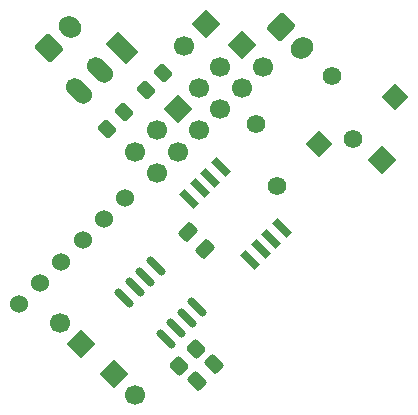
<source format=gts>
G04 #@! TF.GenerationSoftware,KiCad,Pcbnew,(7.0.0)*
G04 #@! TF.CreationDate,2023-04-23T00:27:49-06:00*
G04 #@! TF.ProjectId,Fonocardiograma_V3A,466f6e6f-6361-4726-9469-6f6772616d61,rev?*
G04 #@! TF.SameCoordinates,Original*
G04 #@! TF.FileFunction,Soldermask,Top*
G04 #@! TF.FilePolarity,Negative*
%FSLAX46Y46*%
G04 Gerber Fmt 4.6, Leading zero omitted, Abs format (unit mm)*
G04 Created by KiCad (PCBNEW (7.0.0)) date 2023-04-23 00:27:49*
%MOMM*%
%LPD*%
G01*
G04 APERTURE LIST*
G04 Aperture macros list*
%AMRoundRect*
0 Rectangle with rounded corners*
0 $1 Rounding radius*
0 $2 $3 $4 $5 $6 $7 $8 $9 X,Y pos of 4 corners*
0 Add a 4 corners polygon primitive as box body*
4,1,4,$2,$3,$4,$5,$6,$7,$8,$9,$2,$3,0*
0 Add four circle primitives for the rounded corners*
1,1,$1+$1,$2,$3*
1,1,$1+$1,$4,$5*
1,1,$1+$1,$6,$7*
1,1,$1+$1,$8,$9*
0 Add four rect primitives between the rounded corners*
20,1,$1+$1,$2,$3,$4,$5,0*
20,1,$1+$1,$4,$5,$6,$7,0*
20,1,$1+$1,$6,$7,$8,$9,0*
20,1,$1+$1,$8,$9,$2,$3,0*%
%AMHorizOval*
0 Thick line with rounded ends*
0 $1 width*
0 $2 $3 position (X,Y) of the first rounded end (center of the circle)*
0 $4 $5 position (X,Y) of the second rounded end (center of the circle)*
0 Add line between two ends*
20,1,$1,$2,$3,$4,$5,0*
0 Add two circle primitives to create the rounded ends*
1,1,$1,$2,$3*
1,1,$1,$4,$5*%
%AMRotRect*
0 Rectangle, with rotation*
0 The origin of the aperture is its center*
0 $1 length*
0 $2 width*
0 $3 Rotation angle, in degrees counterclockwise*
0 Add horizontal line*
21,1,$1,$2,0,0,$3*%
G04 Aperture macros list end*
%ADD10RoundRect,0.150000X-0.689429X0.477297X0.477297X-0.689429X0.689429X-0.477297X-0.477297X0.689429X0*%
%ADD11RotRect,1.700000X1.700000X135.000000*%
%ADD12HorizOval,1.700000X0.000000X0.000000X0.000000X0.000000X0*%
%ADD13RotRect,1.700000X1.700000X315.000000*%
%ADD14HorizOval,1.700000X0.000000X0.000000X0.000000X0.000000X0*%
%ADD15RoundRect,0.250000X0.574524X0.097227X0.097227X0.574524X-0.574524X-0.097227X-0.097227X-0.574524X0*%
%ADD16RotRect,1.700000X0.650000X135.000000*%
%ADD17C,1.524000*%
%ADD18RoundRect,0.250000X-0.070711X0.565685X-0.565685X0.070711X0.070711X-0.565685X0.565685X-0.070711X0*%
%ADD19RotRect,1.700000X1.700000X225.000000*%
%ADD20HorizOval,1.700000X0.000000X0.000000X0.000000X0.000000X0*%
%ADD21RotRect,1.700000X1.700000X45.000000*%
%ADD22RotRect,1.560000X1.560000X225.000000*%
%ADD23C,1.560000*%
%ADD24RoundRect,0.250000X0.097227X-0.574524X0.574524X-0.097227X-0.097227X0.574524X-0.574524X0.097227X0*%
%ADD25RoundRect,0.250000X-0.088388X0.548008X-0.548008X0.088388X0.088388X-0.548008X0.548008X-0.088388X0*%
%ADD26RoundRect,0.250000X-0.954594X-0.106066X-0.106066X-0.954594X0.954594X0.106066X0.106066X0.954594X0*%
%ADD27HorizOval,1.700000X-0.106066X-0.106066X0.106066X0.106066X0*%
%ADD28RotRect,1.500000X2.500000X225.000000*%
%ADD29HorizOval,1.500000X-0.353553X0.353553X0.353553X-0.353553X0*%
%ADD30RoundRect,0.250000X0.106066X-0.954594X0.954594X-0.106066X-0.106066X0.954594X-0.954594X0.106066X0*%
%ADD31HorizOval,1.700000X-0.106066X0.106066X0.106066X-0.106066X0*%
G04 APERTURE END LIST*
D10*
X101736025Y-74285974D03*
X100838000Y-75184000D03*
X99939974Y-76082026D03*
X99041948Y-76980051D03*
X102542127Y-80480230D03*
X103440152Y-79582204D03*
X104338178Y-78684178D03*
X105236204Y-77786153D03*
D11*
X95389561Y-80911561D03*
D12*
X93593510Y-79115510D03*
D13*
X98158438Y-83426438D03*
D14*
X99954489Y-85222489D03*
D15*
X105889623Y-72869623D03*
X104422377Y-71402377D03*
D16*
X109691900Y-73777977D03*
X110589926Y-72879952D03*
X111487952Y-71981926D03*
X112385977Y-71083900D03*
X107224098Y-65922021D03*
X106326072Y-66820046D03*
X105428046Y-67718072D03*
X104530021Y-68616098D03*
D17*
X90133897Y-77506102D03*
X91929948Y-75710051D03*
X93726000Y-73914000D03*
X95522051Y-72117949D03*
X97318102Y-70321897D03*
X99114153Y-68525846D03*
D18*
X105101107Y-81334893D03*
X103686893Y-82749107D03*
D19*
X105936050Y-53829948D03*
D20*
X104139999Y-55625999D03*
D21*
X120903999Y-65277999D03*
D22*
X121969686Y-60014152D03*
D23*
X116666386Y-58246386D03*
X118434153Y-63549687D03*
D24*
X105184377Y-84045623D03*
X106651623Y-82578377D03*
D25*
X102362000Y-57912000D03*
X100912432Y-59361568D03*
D26*
X112339639Y-54040594D03*
D27*
X114107405Y-55808360D03*
D25*
X99060000Y-61214000D03*
X97610432Y-62663568D03*
D28*
X98824050Y-55861948D03*
D29*
X97027999Y-57657999D03*
X95231948Y-59454050D03*
D13*
X103581199Y-61010799D03*
D14*
X105377250Y-62806850D03*
X101785148Y-62806850D03*
X103581199Y-64602901D03*
X99989097Y-64602901D03*
X101785148Y-66398953D03*
D22*
X115539300Y-63997766D03*
D23*
X110236000Y-62230000D03*
X112003767Y-67533301D03*
D13*
X108984050Y-55607948D03*
D14*
X110780101Y-57403999D03*
X107187999Y-57403999D03*
X108984050Y-59200050D03*
X105391948Y-59200050D03*
X107187999Y-60996102D03*
D30*
X92648594Y-55808361D03*
D31*
X94416360Y-54040593D03*
M02*

</source>
